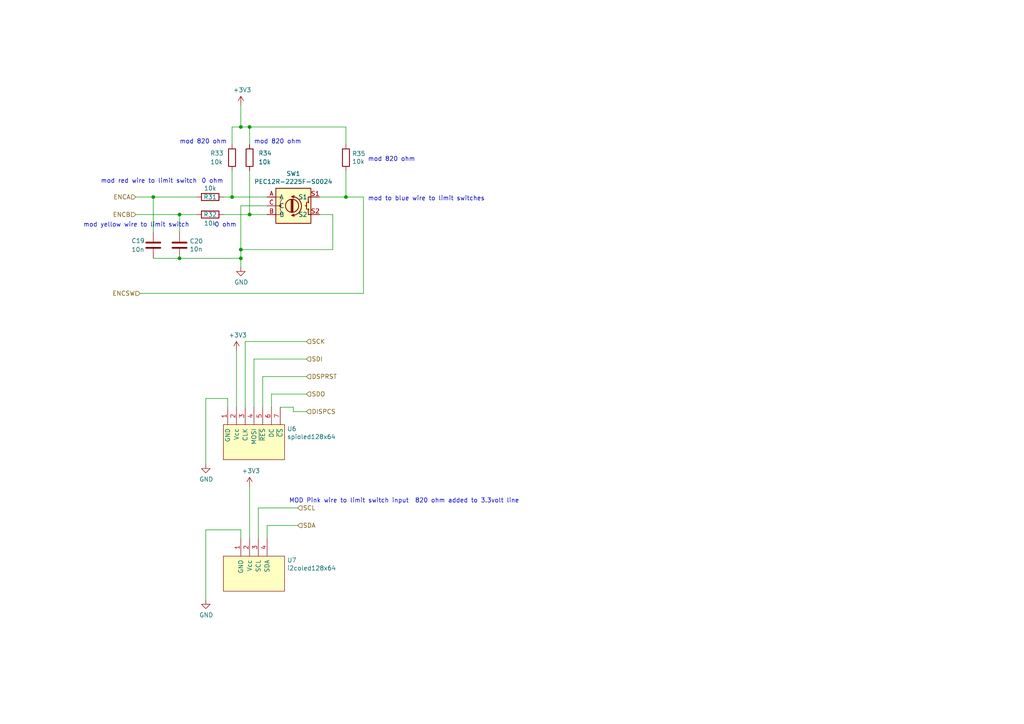
<source format=kicad_sch>
(kicad_sch (version 20211123) (generator eeschema)
  (paper "A4")
  (lib_symbols
    (symbol "Device:C" (pin_numbers hide) (pin_names (offset 0.254))
      (property "Reference" "C" (at 0.635 2.54 0))
      (property "Value" "C" (at 0.635 -2.54 0))
      (symbol "C_0_1"
        (polyline (pts (xy -2.032 -0.762) (xy 2.032 -0.762)) (stroke (width 0.508)))
        (polyline (pts (xy -2.032 0.762) (xy 2.032 0.762)) (stroke (width 0.508)))
      )
      (symbol "C_1_1"
        (pin passive line (at 0 3.81 270) (length 2.794) (name "~") (number "1"))
        (pin passive line (at 0 -3.81 90) (length 2.794) (name "~") (number "2"))
      )
    )
    (symbol "Device:R" (pin_numbers hide) (pin_names (offset 0))
      (property "Reference" "R" (at 2.032 0 90))
      (property "Value" "R" (at 0 0 90))
      (symbol "R_0_1"
        (rectangle (start -1.016 -2.54) (end 1.016 2.54) (stroke (width 0.254)))
      )
      (symbol "R_1_1"
        (pin passive line (at 0 3.81 270) (length 1.27) (name "~") (number "1"))
        (pin passive line (at 0 -3.81 90) (length 1.27) (name "~") (number "2"))
      )
    )
    (symbol "l6203dualmotordrive-rescue:PEC12R-2225F-S0024-MikeSpecialParts" (pin_names (offset 1.016))
      (property "Reference" "SW" (at 0 8.89 0))
      (property "Value" "PEC12R-2225F-S0024-MikeSpecialParts" (at 1.27 11.43 0))
      (symbol "PEC12R-2225F-S0024-MikeSpecialParts_1_1"
        (rectangle (start -5.08 5.08) (end 5.08 -5.08) (stroke (width 0.254)) (fill (type background)))
        (circle (center -3.81 0) (radius 0.254) (fill (type outline)))
        (arc (start -0.381 -2.794) (mid 2.3622 -0.0508) (end -0.381 2.667) (stroke (width 0.254)))
        (circle (center -0.381 0) (radius 1.905) (stroke (width 0.254)))
        (polyline (pts (xy -0.635 -1.778) (xy -0.635 1.778)) (stroke (width 0.254)))
        (polyline (pts (xy -0.381 -1.778) (xy -0.381 1.778)) (stroke (width 0.254)))
        (polyline (pts (xy -0.127 1.778) (xy -0.127 -1.778)) (stroke (width 0.254)))
        (polyline (pts (xy 3.81 0) (xy 3.429 0)) (stroke (width 0.254)))
        (polyline (pts (xy 3.81 1.016) (xy 3.81 -1.016)) (stroke (width 0.254)))
        (polyline (pts (xy -5.08 -2.54) (xy -3.81 -2.54) (xy -3.81 -2.032)))
        (polyline (pts (xy -5.08 2.54) (xy -3.81 2.54) (xy -3.81 2.032)))
        (polyline (pts (xy 0.254 -3.048) (xy -0.508 -2.794) (xy 0.127 -2.413)) (stroke (width 0.254)))
        (polyline (pts (xy 0.254 2.921) (xy -0.508 2.667) (xy 0.127 2.286)) (stroke (width 0.254)))
        (polyline (pts (xy 5.08 -2.54) (xy 4.318 -2.54) (xy 4.318 -1.016)) (stroke (width 0.254)))
        (polyline (pts (xy 5.08 2.54) (xy 4.318 2.54) (xy 4.318 1.016)) (stroke (width 0.254)))
        (polyline (pts (xy -5.08 0) (xy -3.81 0) (xy -3.81 -1.016) (xy -3.302 -2.032)))
        (polyline (pts (xy -4.318 0) (xy -3.81 0) (xy -3.81 1.016) (xy -3.302 2.032)))
        (circle (center 4.318 -1.016) (radius 0.127) (stroke (width 0.254)))
        (circle (center 4.318 1.016) (radius 0.127) (stroke (width 0.254)))
        (pin passive line (at -7.62 2.54 0) (length 2.54) (name "A") (number "A"))
        (pin passive line (at -7.62 -2.54 0) (length 2.54) (name "B") (number "B"))
        (pin passive line (at -7.62 0 0) (length 2.54) (name "C") (number "C"))
        (pin passive line (at 7.62 2.54 180) (length 2.54) (name "S1") (number "S1"))
        (pin passive line (at 7.62 -2.54 180) (length 2.54) (name "S2") (number "S2"))
      )
    )
    (symbol "l6203dualmotordrive-rescue:i2coled128x64-MikeSpecialParts" (pin_names (offset 1.016))
      (property "Reference" "U" (at 5.08 -1.27 0))
      (property "Value" "i2coled128x64-MikeSpecialParts" (at 0 -3.81 0))
      (symbol "i2coled128x64-MikeSpecialParts_0_1"
        (rectangle (start -8.89 5.08) (end 8.89 -5.08) (fill (type background)))
      )
      (symbol "i2coled128x64-MikeSpecialParts_1_1"
        (pin input line (at -3.81 10.16 270) (length 5.08) (name "GND") (number "1"))
        (pin input line (at -1.27 10.16 270) (length 5.08) (name "Vcc") (number "2"))
        (pin input line (at 1.27 10.16 270) (length 5.08) (name "SCL") (number "3"))
        (pin input line (at 3.81 10.16 270) (length 5.08) (name "SDA") (number "4"))
      )
    )
    (symbol "l6203dualmotordrive-rescue:spioled128x64-MikeSpecialParts" (pin_names (offset 1.016))
      (property "Reference" "U" (at 6.35 0 0))
      (property "Value" "spioled128x64-MikeSpecialParts" (at 0 -2.54 0))
      (symbol "spioled128x64-MikeSpecialParts_0_1"
        (rectangle (start -8.89 5.08) (end 8.89 -5.08) (fill (type background)))
      )
      (symbol "spioled128x64-MikeSpecialParts_1_1"
        (pin input line (at -7.62 10.16 270) (length 5.08) (name "GND") (number "1"))
        (pin input line (at -5.08 10.16 270) (length 5.08) (name "Vcc") (number "2"))
        (pin input line (at -2.54 10.16 270) (length 5.08) (name "CLK") (number "3"))
        (pin input line (at 0 10.16 270) (length 5.08) (name "MOSI") (number "4"))
        (pin input line (at 2.54 10.16 270) (length 5.08) (name "~{RES}") (number "5"))
        (pin input line (at 5.08 10.16 270) (length 5.08) (name "DC") (number "6"))
        (pin input line (at 7.62 10.16 270) (length 5.08) (name "~{CS}") (number "7"))
      )
    )
    (symbol "power:+3V3" (power) (pin_names (offset 0))
      (property "Value" "+3V3" (at 0 3.556 0))
      (symbol "+3V3_0_1"
        (polyline (pts (xy -0.762 1.27) (xy 0 2.54)))
        (polyline (pts (xy 0 0) (xy 0 2.54)))
        (polyline (pts (xy 0 2.54) (xy 0.762 1.27)))
      )
      (symbol "+3V3_1_1"
        (pin power_in line (at 0 0 90) (length 0) hide (name "+3V3") (number "1"))
      )
    )
    (symbol "power:GND" (power) (pin_names (offset 0))
      (property "Value" "GND" (at 0 -3.81 0))
      (symbol "GND_0_1"
        (polyline (pts (xy 0 0) (xy 0 -1.27) (xy 1.27 -1.27) (xy 0 -2.54) (xy -1.27 -1.27) (xy 0 -1.27)))
      )
      (symbol "GND_1_1"
        (pin power_in line (at 0 0 270) (length 0) hide (name "GND") (number "1"))
      )
    )
  )
  (junction (at 72.39 62.23))
  (junction (at 69.85 74.93))
  (junction (at 72.39 36.83))
  (junction (at 69.85 36.83))
  (junction (at 67.31 57.15))
  (junction (at 44.45 57.15))
  (junction (at 52.07 62.23))
  (junction (at 69.85 72.39))
  (junction (at 100.33 57.15))
  (junction (at 52.07 74.93))
  (wire (pts (xy 67.31 49.53) (xy 67.31 57.15)))
  (wire (pts (xy 100.33 41.91) (xy 100.33 36.83)))
  (wire (pts (xy 44.45 57.15) (xy 57.15 57.15)))
  (wire (pts (xy 39.37 57.15) (xy 44.45 57.15)))
  (wire (pts (xy 88.9 99.06) (xy 71.12 99.06)))
  (wire (pts (xy 39.37 62.23) (xy 52.07 62.23)))
  (wire (pts (xy 100.33 57.15) (xy 100.33 49.53)))
  (wire (pts (xy 69.85 59.69) (xy 77.47 59.69)))
  (wire (pts (xy 105.41 85.09) (xy 105.41 57.15)))
  (wire (pts (xy 71.12 99.06) (xy 71.12 118.11)))
  (wire (pts (xy 74.93 147.32) (xy 74.93 156.21)))
  (wire (pts (xy 72.39 49.53) (xy 72.39 62.23)))
  (wire (pts (xy 86.36 152.4) (xy 77.47 152.4)))
  (wire (pts (xy 52.07 74.93) (xy 69.85 74.93)))
  (wire (pts (xy 44.45 67.31) (xy 44.45 57.15)))
  (wire (pts (xy 69.85 72.39) (xy 96.52 72.39)))
  (wire (pts (xy 40.64 85.09) (xy 105.41 85.09)))
  (wire (pts (xy 86.36 147.32) (xy 74.93 147.32)))
  (wire (pts (xy 69.85 153.67) (xy 69.85 156.21)))
  (wire (pts (xy 96.52 72.39) (xy 96.52 62.23)))
  (wire (pts (xy 52.07 67.31) (xy 52.07 62.23)))
  (wire (pts (xy 68.58 118.11) (xy 68.58 101.6)))
  (wire (pts (xy 69.85 59.69) (xy 69.85 72.39)))
  (wire (pts (xy 85.09 119.38) (xy 85.09 118.11)))
  (wire (pts (xy 59.69 173.99) (xy 59.69 153.67)))
  (wire (pts (xy 64.77 57.15) (xy 67.31 57.15)))
  (wire (pts (xy 72.39 62.23) (xy 77.47 62.23)))
  (wire (pts (xy 88.9 119.38) (xy 85.09 119.38)))
  (wire (pts (xy 67.31 57.15) (xy 77.47 57.15)))
  (wire (pts (xy 44.45 74.93) (xy 52.07 74.93)))
  (wire (pts (xy 88.9 114.3) (xy 78.74 114.3)))
  (wire (pts (xy 67.31 36.83) (xy 69.85 36.83)))
  (wire (pts (xy 88.9 104.14) (xy 73.66 104.14)))
  (wire (pts (xy 59.69 115.57) (xy 66.04 115.57)))
  (wire (pts (xy 76.2 109.22) (xy 76.2 118.11)))
  (wire (pts (xy 85.09 118.11) (xy 81.28 118.11)))
  (wire (pts (xy 59.69 153.67) (xy 69.85 153.67)))
  (wire (pts (xy 72.39 36.83) (xy 72.39 41.91)))
  (wire (pts (xy 77.47 152.4) (xy 77.47 156.21)))
  (wire (pts (xy 66.04 115.57) (xy 66.04 118.11)))
  (wire (pts (xy 78.74 114.3) (xy 78.74 118.11)))
  (wire (pts (xy 105.41 57.15) (xy 100.33 57.15)))
  (wire (pts (xy 73.66 104.14) (xy 73.66 118.11)))
  (wire (pts (xy 96.52 62.23) (xy 92.71 62.23)))
  (wire (pts (xy 69.85 36.83) (xy 72.39 36.83)))
  (wire (pts (xy 69.85 74.93) (xy 69.85 77.47)))
  (wire (pts (xy 52.07 62.23) (xy 57.15 62.23)))
  (wire (pts (xy 88.9 109.22) (xy 76.2 109.22)))
  (wire (pts (xy 69.85 30.48) (xy 69.85 36.83)))
  (wire (pts (xy 72.39 140.97) (xy 72.39 156.21)))
  (wire (pts (xy 59.69 134.62) (xy 59.69 115.57)))
  (wire (pts (xy 92.71 57.15) (xy 100.33 57.15)))
  (wire (pts (xy 64.77 62.23) (xy 72.39 62.23)))
  (wire (pts (xy 69.85 72.39) (xy 69.85 74.93)))
  (wire (pts (xy 100.33 36.83) (xy 72.39 36.83)))
  (wire (pts (xy 67.31 41.91) (xy 67.31 36.83)))
  (text "mod yellow wire to limit switch" (at 24.13 66.04 0) (effects (font (size 1.27 1.27)) (justify left bottom)))
  (text "mod 820 ohm" (at 73.66 41.91 0) (effects (font (size 1.27 1.27)) (justify left bottom)))
  (text "0 ohm" (at 62.23 66.04 0) (effects (font (size 1.27 1.27)) (justify left bottom)))
  (text "mod to blue wire to limit switches" (at 106.68 58.42 0) (effects (font (size 1.27 1.27)) (justify left bottom)))
  (text "0 ohm" (at 58.42 53.34 0) (effects (font (size 1.27 1.27)) (justify left bottom)))
  (text "mod 820 ohm\n" (at 52.07 41.91 0) (effects (font (size 1.27 1.27)) (justify left bottom)))
  (text "mod red wire to limit switch" (at 29.21 53.34 0) (effects (font (size 1.27 1.27)) (justify left bottom)))
  (text "mod 820 ohm" (at 106.68 46.99 0) (effects (font (size 1.27 1.27)) (justify left bottom)))
  (text "MOD Pink wire to limit switch input  820 ohm added to 3.3volt line" (at 83.82 146.05 0) (effects (font (size 1.27 1.27)) (justify left bottom)))
  (hierarchical_label "DSPRST" (shape input) (at 88.9 109.22 0))
  (hierarchical_label "SDI" (shape input) (at 88.9 104.14 0))
  (hierarchical_label "DISPCS" (shape input) (at 88.9 119.38 0))
  (hierarchical_label "ENCA" (shape input) (at 39.37 57.15 180))
  (hierarchical_label "ENCSW" (shape input) (at 40.64 85.09 180))
  (hierarchical_label "SCL" (shape input) (at 86.36 147.32 0))
  (hierarchical_label "SDA" (shape input) (at 86.36 152.4 0))
  (hierarchical_label "SDO" (shape input) (at 88.9 114.3 0))
  (hierarchical_label "ENCB" (shape input) (at 39.37 62.23 180))
  (hierarchical_label "SCK" (shape input) (at 88.9 99.06 0))
  (symbol (lib_id "power:GND") (at 59.69 134.62 0) (unit 1)
    (property "Reference" "#PWR0120" (effects hide))
    (property "Value" "GND" (at 59.817 139.0142 0))
  )
  (symbol (lib_id "power:GND") (at 59.69 173.99 0) (unit 1)
    (property "Reference" "#PWR0121" (effects hide))
    (property "Value" "GND" (at 59.817 178.3842 0))
  )
  (symbol (lib_id "power:+3V3") (at 68.58 101.6 0) (unit 1)
    (property "Reference" "#PWR0122" (effects hide))
    (property "Value" "+3V3" (at 68.961 97.2058 0))
  )
  (symbol (lib_id "power:+3V3") (at 72.39 140.97 0) (unit 1)
    (property "Reference" "#PWR0123" (effects hide))
    (property "Value" "+3V3" (at 72.771 136.5758 0))
  )
  (symbol (lib_id "l6203dualmotordrive-rescue:spioled128x64-MikeSpecialParts") (at 73.66 128.27 0) (unit 1)
    (property "Reference" "U6" (at 83.2612 124.3838 0) (effects (justify left)))
    (property "Value" "spioled128x64" (at 83.2612 126.6952 0) (effects (justify left)))
    (property "Footprint" "Socket_Strips:Socket_Strip_Straight_1x07_Pitch2.54mm" (effects hide))
  )
  (symbol (lib_id "l6203dualmotordrive-rescue:i2coled128x64-MikeSpecialParts") (at 73.66 166.37 0) (unit 1)
    (property "Reference" "U7" (at 83.2612 162.4838 0) (effects (justify left)))
    (property "Value" "i2coled128x64" (at 83.2612 164.7952 0) (effects (justify left)))
    (property "Footprint" "Socket_Strips:Socket_Strip_Straight_1x04_Pitch2.54mm" (effects hide))
  )
  (symbol (lib_id "l6203dualmotordrive-rescue:PEC12R-2225F-S0024-MikeSpecialParts") (at 85.09 59.69 0) (unit 1)
    (property "Reference" "SW1" (at 85.09 50.3682 0))
    (property "Value" "PEC12R-2225F-S0024" (at 85.09 52.6796 0))
    (property "Footprint" "MikeFootprintLibrary:PEC12R-4xxxF-Sxxx" (effects hide))
  )
  (symbol (lib_id "power:GND") (at 69.85 77.47 0) (unit 1)
    (property "Reference" "#PWR0118" (effects hide))
    (property "Value" "GND" (at 69.977 81.8642 0))
  )
  (symbol (lib_id "Device:R") (at 60.96 57.15 270) (unit 1)
    (property "Reference" "R31" (at 60.96 57.15 90))
    (property "Value" "10k" (at 60.96 54.61 90))
    (property "Footprint" "Resistors_SMD:R_0805" (effects hide))
  )
  (symbol (lib_id "Device:R") (at 60.96 62.23 270) (unit 1)
    (property "Reference" "R32" (at 60.96 62.23 90))
    (property "Value" "10k" (at 60.96 64.77 90))
    (property "Footprint" "Resistors_SMD:R_0805" (effects hide))
  )
  (symbol (lib_id "Device:R") (at 67.31 45.72 180) (unit 1)
    (property "Reference" "R33" (at 60.96 44.45 0) (effects (justify right)))
    (property "Value" "10k" (at 60.96 46.99 0) (effects (justify right)))
    (property "Footprint" "Resistors_SMD:R_0805" (effects hide))
  )
  (symbol (lib_id "Device:R") (at 72.39 45.72 180) (unit 1)
    (property "Reference" "R34" (at 74.93 44.45 0) (effects (justify right)))
    (property "Value" "10k" (at 74.93 46.99 0) (effects (justify right)))
    (property "Footprint" "Resistors_SMD:R_0805" (effects hide))
  )
  (symbol (lib_id "Device:C") (at 44.45 71.12 0) (unit 1)
    (property "Reference" "C19" (at 38.1 69.85 0) (effects (justify left)))
    (property "Value" "10n" (at 38.1 72.39 0) (effects (justify left)))
    (property "Footprint" "Capacitors_SMD:C_0805" (effects hide))
  )
  (symbol (lib_id "Device:C") (at 52.07 71.12 0) (unit 1)
    (property "Reference" "C20" (at 54.991 69.9516 0) (effects (justify left)))
    (property "Value" "10n" (at 54.991 72.263 0) (effects (justify left)))
    (property "Footprint" "Capacitors_SMD:C_0805" (effects hide))
  )
  (symbol (lib_id "power:+3V3") (at 69.85 30.48 0) (unit 1)
    (property "Reference" "#PWR0119" (effects hide))
    (property "Value" "+3V3" (at 70.231 26.0858 0))
  )
  (symbol (lib_id "Device:R") (at 100.33 45.72 180) (unit 1)
    (property "Reference" "R35" (at 102.108 44.5516 0) (effects (justify right)))
    (property "Value" "10k" (at 102.108 46.863 0) (effects (justify right)))
    (property "Footprint" "Resistors_SMD:R_0805" (effects hide))
  )
)
</source>
